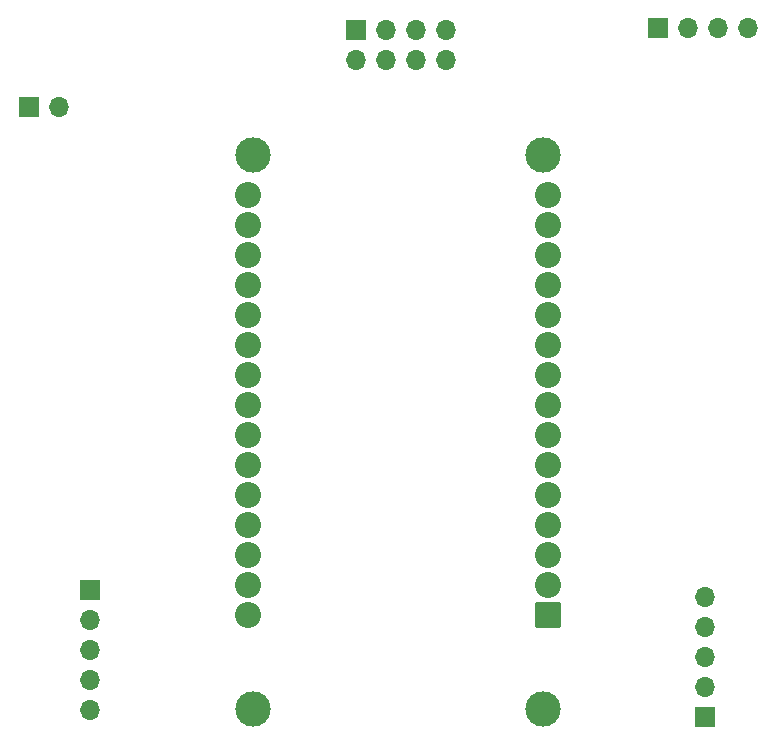
<source format=gbr>
%TF.GenerationSoftware,KiCad,Pcbnew,8.0.5*%
%TF.CreationDate,2024-09-12T11:41:08-05:00*%
%TF.ProjectId,control,636f6e74-726f-46c2-9e6b-696361645f70,rev?*%
%TF.SameCoordinates,Original*%
%TF.FileFunction,Soldermask,Top*%
%TF.FilePolarity,Negative*%
%FSLAX46Y46*%
G04 Gerber Fmt 4.6, Leading zero omitted, Abs format (unit mm)*
G04 Created by KiCad (PCBNEW 8.0.5) date 2024-09-12 11:41:08*
%MOMM*%
%LPD*%
G01*
G04 APERTURE LIST*
G04 Aperture macros list*
%AMRoundRect*
0 Rectangle with rounded corners*
0 $1 Rounding radius*
0 $2 $3 $4 $5 $6 $7 $8 $9 X,Y pos of 4 corners*
0 Add a 4 corners polygon primitive as box body*
4,1,4,$2,$3,$4,$5,$6,$7,$8,$9,$2,$3,0*
0 Add four circle primitives for the rounded corners*
1,1,$1+$1,$2,$3*
1,1,$1+$1,$4,$5*
1,1,$1+$1,$6,$7*
1,1,$1+$1,$8,$9*
0 Add four rect primitives between the rounded corners*
20,1,$1+$1,$2,$3,$4,$5,0*
20,1,$1+$1,$4,$5,$6,$7,0*
20,1,$1+$1,$6,$7,$8,$9,0*
20,1,$1+$1,$8,$9,$2,$3,0*%
G04 Aperture macros list end*
%ADD10R,1.700000X1.700000*%
%ADD11O,1.700000X1.700000*%
%ADD12C,3.000000*%
%ADD13RoundRect,0.102000X1.000000X1.000000X-1.000000X1.000000X-1.000000X-1.000000X1.000000X-1.000000X0*%
%ADD14C,2.204000*%
G04 APERTURE END LIST*
D10*
%TO.C,J3*%
X92900000Y-104400000D03*
D11*
X92900000Y-106940000D03*
X92900000Y-109480000D03*
X92900000Y-112020000D03*
X92900000Y-114560000D03*
%TD*%
D10*
%TO.C,J4*%
X145000000Y-115160000D03*
D11*
X145000000Y-112620000D03*
X145000000Y-110080000D03*
X145000000Y-107540000D03*
X145000000Y-105000000D03*
%TD*%
D12*
%TO.C,U1*%
X131280000Y-114475000D03*
X131280000Y-67525000D03*
X106770000Y-114475000D03*
X106770000Y-67525000D03*
D13*
X131700000Y-106515000D03*
D14*
X131700000Y-103975000D03*
X131700000Y-101435000D03*
X131700000Y-98895000D03*
X131700000Y-96355000D03*
X131700000Y-93815000D03*
X131700000Y-91275000D03*
X131700000Y-88735000D03*
X131700000Y-86195000D03*
X131700000Y-83655000D03*
X131700000Y-81115000D03*
X131700000Y-78575000D03*
X131700000Y-76035000D03*
X131700000Y-73495000D03*
X131700000Y-70955000D03*
X106300000Y-70955000D03*
X106300000Y-73495000D03*
X106300000Y-76035000D03*
X106300000Y-78575000D03*
X106300000Y-81115000D03*
X106300000Y-83655000D03*
X106300000Y-86195000D03*
X106300000Y-88735000D03*
X106300000Y-91275000D03*
X106300000Y-93815000D03*
X106300000Y-96355000D03*
X106300000Y-98895000D03*
X106300000Y-101435000D03*
X106300000Y-103975000D03*
X106300000Y-106515000D03*
%TD*%
D10*
%TO.C,J2*%
X115460000Y-56960000D03*
D11*
X115460000Y-59500000D03*
X118000000Y-56960000D03*
X118000000Y-59500000D03*
X120540000Y-56960000D03*
X120540000Y-59500000D03*
X123080000Y-56960000D03*
X123080000Y-59500000D03*
%TD*%
D10*
%TO.C,J5*%
X87725000Y-63500000D03*
D11*
X90265000Y-63500000D03*
%TD*%
D10*
%TO.C,J1*%
X140980000Y-56800000D03*
D11*
X143520000Y-56800000D03*
X146060000Y-56800000D03*
X148600000Y-56800000D03*
%TD*%
M02*

</source>
